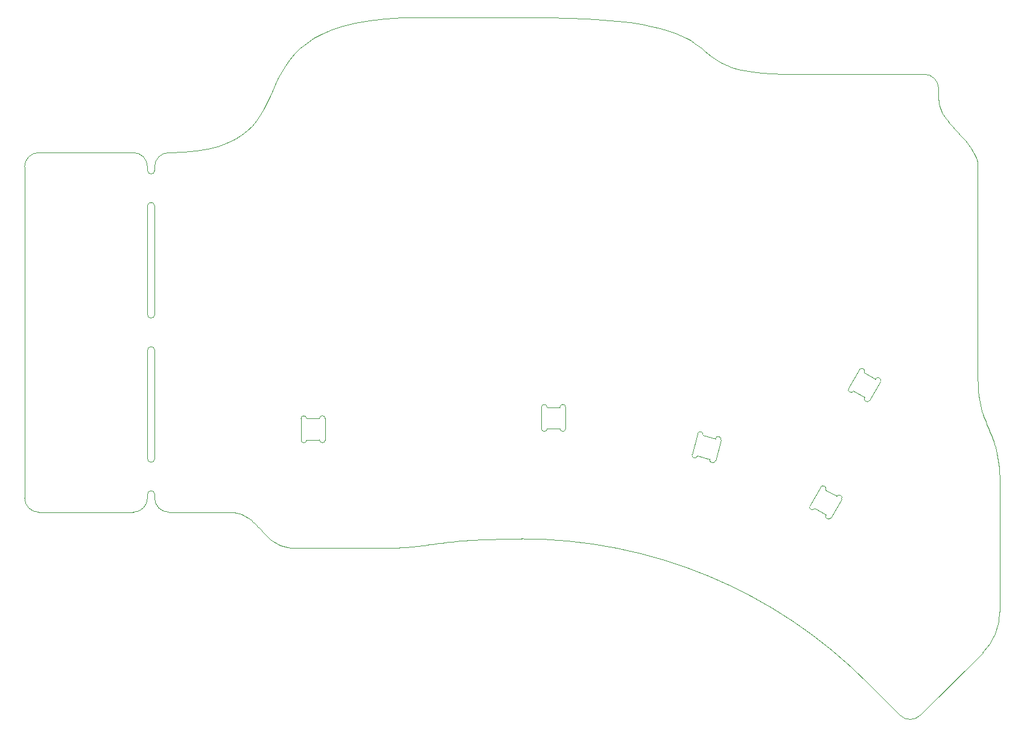
<source format=gbr>
%TF.GenerationSoftware,KiCad,Pcbnew,(6.0.0-0)*%
%TF.CreationDate,2022-01-13T13:44:15-08:00*%
%TF.ProjectId,hillside,68696c6c-7369-4646-952e-6b696361645f,0.1.1-alpha*%
%TF.SameCoordinates,Original*%
%TF.FileFunction,Profile,NP*%
%FSLAX46Y46*%
G04 Gerber Fmt 4.6, Leading zero omitted, Abs format (unit mm)*
G04 Created by KiCad (PCBNEW (6.0.0-0)) date 2022-01-13 13:44:15*
%MOMM*%
%LPD*%
G01*
G04 APERTURE LIST*
%TA.AperFunction,Profile*%
%ADD10C,0.050000*%
%TD*%
%ADD11C,0.050000*%
%TA.AperFunction,Profile*%
%ADD12C,0.120000*%
%TD*%
G04 APERTURE END LIST*
D10*
X157750000Y-54750000D02*
X143010000Y-54750000D01*
X221696144Y-144003533D02*
X212945238Y-152757324D01*
X210100000Y-152791880D02*
G75*
G03*
X212945238Y-152757324I1405326J1441134D01*
G01*
X205350000Y-148041880D02*
X210100000Y-152791880D01*
X87250000Y-75750000D02*
X87250000Y-122250000D01*
X104500000Y-76250000D02*
X104500000Y-75750000D01*
X215500000Y-64750000D02*
G75*
G03*
X213500000Y-62750000I-1999999J1D01*
G01*
X205350000Y-148041880D02*
G75*
G03*
X157000000Y-128000000I-48350001J-48300000D01*
G01*
X224075326Y-138290747D02*
X224075326Y-119966984D01*
X102500000Y-124250000D02*
G75*
G03*
X104500000Y-122250000I1J1999999D01*
G01*
X125000000Y-129250000D02*
X138530000Y-129250000D01*
X105500000Y-101500000D02*
G75*
G03*
X104500000Y-101500000I-500000J0D01*
G01*
X105500000Y-101500000D02*
X105500000Y-116750000D01*
X221696144Y-144003533D02*
G75*
G03*
X224075326Y-138290747I-5706352J5728320D01*
G01*
X221000000Y-105510000D02*
X221000000Y-75795534D01*
X104500000Y-96500000D02*
X104500000Y-81250000D01*
D11*
X195500000Y-62750000D02*
X193685279Y-62727050D01*
X192074035Y-62660156D01*
X190650016Y-62552246D01*
X189396972Y-62406250D01*
X188298652Y-62225097D01*
X187338806Y-62011718D01*
X186501182Y-61769042D01*
X185769531Y-61500000D01*
X185127601Y-61207519D01*
X184559143Y-60894531D01*
X184047904Y-60563964D01*
X183577636Y-60218750D01*
X183132087Y-59861816D01*
X182695007Y-59496093D01*
X182250144Y-59124511D01*
X181781250Y-58750000D01*
X181272071Y-58375488D01*
X180706359Y-58003906D01*
X180067863Y-57638183D01*
X179340332Y-57281250D01*
X178507514Y-56936035D01*
X177553161Y-56605468D01*
X176461021Y-56292480D01*
X175214843Y-56000000D01*
X173798377Y-55730957D01*
X172195373Y-55488281D01*
X170389579Y-55274902D01*
X168364746Y-55093750D01*
X166104621Y-54947753D01*
X163592956Y-54839843D01*
X160813499Y-54772949D01*
X157750000Y-54750000D01*
X143010000Y-54750000D02*
X140289075Y-54803794D01*
X137835998Y-54960632D01*
X135634380Y-55213691D01*
X133667832Y-55556152D01*
X131919962Y-55981193D01*
X130374382Y-56481994D01*
X129014701Y-57051734D01*
X127824531Y-57683593D01*
X126787480Y-58370750D01*
X125887160Y-59106384D01*
X125107181Y-59883674D01*
X124431152Y-60695800D01*
X123842684Y-61535942D01*
X123325388Y-62397277D01*
X122862873Y-63272987D01*
X122438750Y-64156250D01*
X122036628Y-65040245D01*
X121640119Y-65918151D01*
X121232832Y-66783149D01*
X120798378Y-67628417D01*
X120320367Y-68447135D01*
X119782409Y-69232482D01*
X119168114Y-69977638D01*
X118461093Y-70675781D01*
X117644956Y-71320091D01*
X116703312Y-71903747D01*
X115619773Y-72419929D01*
X114377949Y-72861816D01*
X112961449Y-73222587D01*
X111353884Y-73495422D01*
X109538864Y-73673500D01*
X107500000Y-73750000D01*
D10*
X105500000Y-81250000D02*
X105500000Y-96500000D01*
X102500000Y-73750000D02*
X89250000Y-73750000D01*
X105500000Y-121750000D02*
G75*
G03*
X104500000Y-121750000I-500000J0D01*
G01*
D11*
X221000000Y-75795534D02*
X220984222Y-75448910D01*
X220938232Y-75110946D01*
X220864044Y-74781069D01*
X220763671Y-74458707D01*
X220639129Y-74143287D01*
X220492431Y-73834237D01*
X220325592Y-73530985D01*
X220140625Y-73232959D01*
X219939544Y-72939586D01*
X219724365Y-72650294D01*
X219497100Y-72364510D01*
X219259765Y-72081663D01*
X219014373Y-71801180D01*
X218762939Y-71522488D01*
X218507476Y-71245016D01*
X218250000Y-70968191D01*
X217992523Y-70691441D01*
X217737060Y-70414193D01*
X217485626Y-70135876D01*
X217240234Y-69855916D01*
X217002899Y-69573742D01*
X216775634Y-69288782D01*
X216560455Y-69000462D01*
X216359375Y-68708211D01*
X216174407Y-68411456D01*
X216007568Y-68109626D01*
X215860870Y-67802147D01*
X215736328Y-67488448D01*
X215635955Y-67167956D01*
X215561767Y-66840099D01*
X215515777Y-66504304D01*
X215500000Y-66160000D01*
D10*
X105500000Y-81250000D02*
G75*
G03*
X104500000Y-81250000I-500000J0D01*
G01*
X104500000Y-76250000D02*
G75*
G03*
X105500000Y-76250000I500000J0D01*
G01*
X104500000Y-122250000D02*
X104500000Y-121750000D01*
X102500000Y-124250000D02*
X89250000Y-124250000D01*
X87250000Y-122250000D02*
G75*
G03*
X89250000Y-124250000I1999999J-1D01*
G01*
X215500000Y-64750000D02*
X215500000Y-66160000D01*
D11*
X125000000Y-129250000D02*
X124583764Y-129235656D01*
X124192690Y-129193847D01*
X123825105Y-129126403D01*
X123479335Y-129035156D01*
X123153707Y-128921936D01*
X122846547Y-128788574D01*
X122556182Y-128636901D01*
X122280937Y-128468750D01*
X122019140Y-128285949D01*
X121769116Y-128090332D01*
X121529192Y-127883728D01*
X121297695Y-127667968D01*
X121072951Y-127444885D01*
X120853286Y-127216308D01*
X120637026Y-126984069D01*
X120422500Y-126750000D01*
X120208031Y-126515930D01*
X119991948Y-126283691D01*
X119772576Y-126055114D01*
X119548242Y-125832031D01*
X119317272Y-125616271D01*
X119077993Y-125409667D01*
X118828731Y-125214050D01*
X118567812Y-125031250D01*
X118293563Y-124863098D01*
X118004311Y-124711425D01*
X117698381Y-124578063D01*
X117374101Y-124464843D01*
X117029796Y-124373596D01*
X116663793Y-124306152D01*
X116274419Y-124264343D01*
X115860000Y-124250000D01*
X224075326Y-119966984D02*
X224066503Y-119288388D01*
X224040788Y-118650898D01*
X223999306Y-118051865D01*
X223943183Y-117488643D01*
X223873545Y-116958584D01*
X223791519Y-116459041D01*
X223698230Y-115987367D01*
X223594806Y-115540915D01*
X223482372Y-115117037D01*
X223362054Y-114713087D01*
X223234979Y-114326417D01*
X223102273Y-113954380D01*
X222965062Y-113594330D01*
X222824473Y-113243618D01*
X222681631Y-112899598D01*
X222537663Y-112559623D01*
X222393694Y-112221044D01*
X222250852Y-111881217D01*
X222110263Y-111537492D01*
X221973052Y-111187223D01*
X221840346Y-110827763D01*
X221713271Y-110456465D01*
X221592953Y-110070681D01*
X221480519Y-109667765D01*
X221377095Y-109245069D01*
X221283806Y-108799945D01*
X221201780Y-108329748D01*
X221132142Y-107831830D01*
X221076019Y-107303543D01*
X221034537Y-106742240D01*
X221008822Y-106145275D01*
X221000000Y-105510000D01*
D10*
X104500000Y-75750000D02*
G75*
G03*
X102500000Y-73750000I-1999999J1D01*
G01*
X104500000Y-116750000D02*
X104500000Y-101500000D01*
X107500000Y-73750000D02*
G75*
G03*
X105500000Y-75750000I-1J-1999999D01*
G01*
X115860000Y-124250000D02*
X107500000Y-124250000D01*
X105500000Y-121750000D02*
X105500000Y-122250000D01*
X105500000Y-76250000D02*
X105500000Y-75750000D01*
D11*
X157000000Y-128000000D02*
X155864409Y-128003585D01*
X154799104Y-128014038D01*
X153800657Y-128030899D01*
X152865644Y-128053710D01*
X151990638Y-128082015D01*
X151172214Y-128115356D01*
X150406945Y-128153274D01*
X149691406Y-128195312D01*
X149022170Y-128241012D01*
X148395812Y-128289916D01*
X147808907Y-128341567D01*
X147258027Y-128395507D01*
X146739747Y-128451278D01*
X146250642Y-128508422D01*
X145787284Y-128566482D01*
X145346250Y-128625000D01*
X144924111Y-128683517D01*
X144517443Y-128741577D01*
X144122820Y-128798721D01*
X143736816Y-128854492D01*
X143356004Y-128908432D01*
X142976960Y-128960083D01*
X142596257Y-129008987D01*
X142210468Y-129054687D01*
X141816169Y-129096725D01*
X141409934Y-129134643D01*
X140988335Y-129167984D01*
X140547949Y-129196289D01*
X140085348Y-129219100D01*
X139597106Y-129235961D01*
X139079799Y-129246414D01*
X138530000Y-129250000D01*
D10*
X213500000Y-62750000D02*
X195500000Y-62750000D01*
X104500000Y-96500000D02*
G75*
G03*
X105500000Y-96500000I500000J0D01*
G01*
X104500000Y-116750000D02*
G75*
G03*
X105500000Y-116750000I500000J0D01*
G01*
X105500000Y-122250000D02*
G75*
G03*
X107500000Y-124250000I1999999J-1D01*
G01*
X89250000Y-73750000D02*
G75*
G03*
X87250000Y-75750000I-1J-1999999D01*
G01*
D12*
%TO.C,D3*%
X182446927Y-113456580D02*
X184185594Y-113922454D01*
X184958334Y-114129510D02*
X184181877Y-117027287D01*
X180897730Y-116147302D02*
X181674187Y-113249525D01*
X183409137Y-116820232D02*
X181670470Y-116354358D01*
X180897730Y-116147302D02*
G75*
G03*
X181670470Y-116354358I386370J-103528D01*
G01*
X182446927Y-113456580D02*
G75*
G03*
X181674187Y-113249525I-386370J103527D01*
G01*
X184958334Y-114129510D02*
G75*
G03*
X184185594Y-113922454I-386370J103528D01*
G01*
X183409137Y-116820232D02*
G75*
G03*
X184181877Y-117027287I386370J-103527D01*
G01*
%TO.C,D5*%
X126030000Y-114110000D02*
X126030000Y-111110000D01*
X126830000Y-111110000D02*
X128630000Y-111110000D01*
X129430000Y-111110000D02*
X129430000Y-114110000D01*
X128630000Y-114110000D02*
X126830000Y-114110000D01*
X126830000Y-111110000D02*
G75*
G03*
X126030000Y-111110000I-400000J0D01*
G01*
X126030000Y-114110000D02*
G75*
G03*
X126830000Y-114110000I400000J0D01*
G01*
X129430000Y-111110000D02*
G75*
G03*
X128630000Y-111110000I-400000J0D01*
G01*
X128630000Y-114110000D02*
G75*
G03*
X129430000Y-114110000I400000J0D01*
G01*
%TO.C,D2*%
X199637740Y-121129841D02*
X201196586Y-122029841D01*
X197444920Y-123327917D02*
X198944920Y-120729841D01*
X201889406Y-122429841D02*
X200389406Y-125027917D01*
X199696586Y-124627917D02*
X198137740Y-123727917D01*
X201889406Y-122429841D02*
G75*
G03*
X201196586Y-122029841I-346410J200000D01*
G01*
X199637740Y-121129841D02*
G75*
G03*
X198944920Y-120729841I-346410J200000D01*
G01*
X197444920Y-123327917D02*
G75*
G03*
X198137740Y-123727917I346410J-200000D01*
G01*
X199696586Y-124627917D02*
G75*
G03*
X200389406Y-125027917I346410J-200000D01*
G01*
%TO.C,D4*%
X163168488Y-109515922D02*
X163168488Y-112515922D01*
X162368488Y-112515922D02*
X160568488Y-112515922D01*
X160568488Y-109515922D02*
X162368488Y-109515922D01*
X159768488Y-112515922D02*
X159768488Y-109515922D01*
X163168488Y-109515922D02*
G75*
G03*
X162368488Y-109515922I-400000J0D01*
G01*
X159768488Y-112515922D02*
G75*
G03*
X160568488Y-112515922I400000J0D01*
G01*
X162368488Y-112515922D02*
G75*
G03*
X163168488Y-112515922I400000J0D01*
G01*
X160568488Y-109515922D02*
G75*
G03*
X159768488Y-109515922I-400000J0D01*
G01*
%TO.C,D1*%
X207323699Y-105943360D02*
X205823699Y-108541436D01*
X205072033Y-104643360D02*
X206630879Y-105543360D01*
X205130879Y-108141436D02*
X203572033Y-107241436D01*
X202879213Y-106841436D02*
X204379213Y-104243360D01*
X202879213Y-106841436D02*
G75*
G03*
X203572033Y-107241436I346410J-200000D01*
G01*
X205072033Y-104643360D02*
G75*
G03*
X204379213Y-104243360I-346410J200000D01*
G01*
X207323699Y-105943360D02*
G75*
G03*
X206630879Y-105543360I-346410J200000D01*
G01*
X205130879Y-108141436D02*
G75*
G03*
X205823699Y-108541436I346410J-200000D01*
G01*
%TD*%
M02*

</source>
